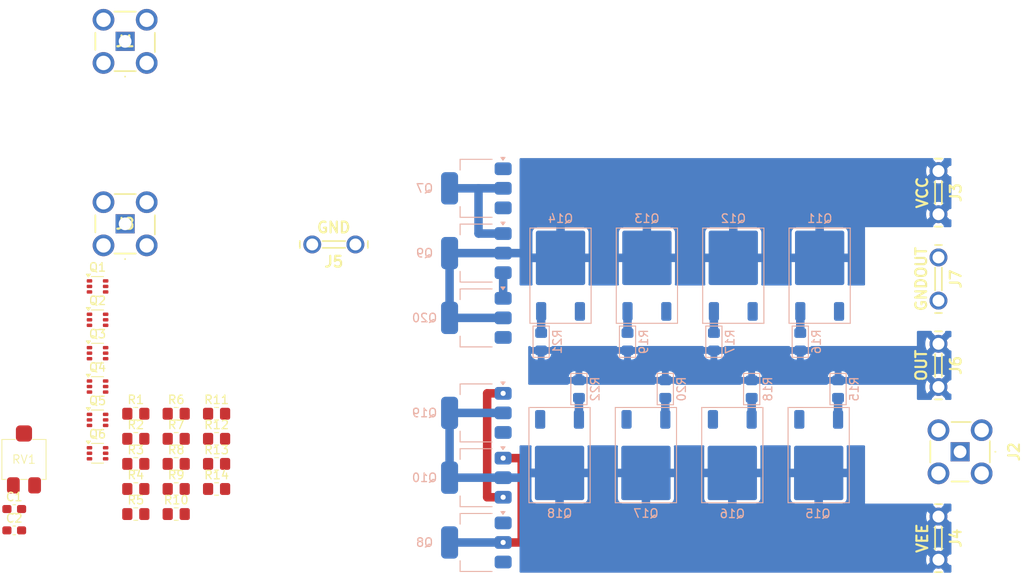
<source format=kicad_pcb>
(kicad_pcb (version 20240108) (generator "pcbnew") (generator_version "8.0")
  (layers (0 "F.Cu" signal) (31 "B.Cu" signal) (34 "B.Paste" user) (35 "F.Paste" user) (36 "B.SilkS" user "B.Silkscreen") (37 "F.SilkS" user "F.Silkscreen") (38 "B.Mask" user) (39 "F.Mask" user) (44 "Edge.Cuts" user))
  (net 0 "")
  (net 1 "OUT")
  (net 2 "IN+")
  (net 3 "IN-")
  (net 4 "VCC")
  (net 5 "VEE")
  (net 6 "Net-(Q3A-C1)")
  (net 7 "Net-(Q4A-C1)")
  (net 8 "Net-(Q1A-C1)")
  (net 9 "Net-(Q1A-B1)")
  (net 10 "Net-(Q7-E)")
  (net 11 "Net-(Q11-B)")
  (net 12 "Net-(Q8-E)")
  (net 13 "Net-(Q12-E)")
  (net 14 "Net-(Q2A-C1)")
  (net 15 "Net-(Q2A-B1)")
  (net 16 "Net-(Q3B-C2)")
  (net 17 "GND")
  (net 18 "Net-(Q4B-C2)")
  (net 19 "Net-(Q11-E)")
  (net 20 "Net-(Q9-B)")
  (net 21 "Net-(Q1B-E2)")
  (net 22 "Net-(Q1A-E1)")
  (net 23 "Net-(Q5A-E1)")
  (net 24 "Net-(Q5B-E2)")
  (net 25 "Net-(Q10-B)")
  (net 26 "Net-(Q2A-E1)")
  (net 27 "Net-(Q2B-E2)")
  (net 28 "Net-(Q6B-E2)")
  (net 29 "Net-(Q6A-E1)")
  (net 30 "Net-(Q20-B)")
  (net 31 "Net-(Q10-E)")
  (net 32 "Net-(Q13-E)")
  (net 33 "Net-(Q14-E)")
  (net 34 "Net-(Q15-E)")
  (net 35 "Net-(Q16-E)")
  (net 36 "Net-(Q17-E)")
  (net 37 "Net-(Q18-E)")
  (net 38 "Net-(R12-Pad1)")
  (net 39 "Net-(Q15-B)")
  (footprint "Package_TO_SOT_SMD:SOT-363_SC-70-6" (layer "F.Cu") (at 87.524 116.786)
    (property "Reference" "Q4" (at 0 -2.25 0) (layer "F.SilkS"))
    (property "Value" "MMDT5401")
    (pad "1" smd roundrect (at -0.95 -0.65) (size 0.65 0.4) (layers "F.Cu" "F.Paste" "F.Mask") (net 8 "Net-(Q1A-C1)"))
    (pad "2" smd roundrect (at -0.95 0) (size 0.65 0.4) (layers "F.Cu" "F.Paste" "F.Mask") (net 2 "IN+"))
    (pad "3" smd roundrect (at -0.95 0.65) (size 0.65 0.4) (layers "F.Cu" "F.Paste" "F.Mask") (net 18 "Net-(Q4B-C2)"))
    (pad "4" smd roundrect (at 0.95 0.65) (size 0.65 0.4) (layers "F.Cu" "F.Paste" "F.Mask") (net 8 "Net-(Q1A-C1)"))
    (pad "5" smd roundrect (at 0.95 0) (size 0.65 0.4) (layers "F.Cu" "F.Paste" "F.Mask") (net 3 "IN-"))
    (pad "6" smd roundrect (at 0.95 -0.65) (size 0.65 0.4) (layers "F.Cu" "F.Paste" "F.Mask") (net 7 "Net-(Q4A-C1)"))
  )
  (footprint "Resistor_SMD:R_0805_2012Metric_Pad1.20x1.40mm_HandSolder" (layer "F.Cu") (at 92.024 119.986)
    (property "Reference" "R1" (at 0 -1.65 0) (layer "F.SilkS"))
    (property "Value" "1k")
    (pad "1" smd roundrect (at -1 0) (size 1.2 1.4) (layers "F.Cu" "F.Paste" "F.Mask") (roundrect_rratio 0.208333) (net 21 "Net-(Q1B-E2)"))
    (pad "2" smd roundrect (at 1 0) (size 1.2 1.4) (layers "F.Cu" "F.Paste" "F.Mask") (roundrect_rratio 0.208333) (net 4 "VCC"))
  )
  (footprint "misc:SMA6251A13GT50G50" (layer "F.Cu") (at 90.764 97.646)
    (property "Reference" "J8" (at 0 0 0) (layer "F.SilkS") (effects (font (size 1.27 1.27) (thickness 0.254))))
    (property "Value" "+IN" (hide yes))
    (pad "1" thru_hole rect (at 0 0) (size 2.25 2.25) (drill 1.5) (layers "*.Cu" "*.Mask") (net 2 "IN+"))
    (pad "2" thru_hole circle (at -2.54 2.54) (size 2.55 2.55) (drill 1.7) (layers "*.Cu" "*.Mask") (net 17 "GND"))
    (pad "3" thru_hole circle (at 2.54 2.54) (size 2.55 2.55) (drill 1.7) (layers "*.Cu" "*.Mask") (net 17 "GND"))
    (pad "4" thru_hole circle (at 2.54 -2.54) (size 2.55 2.55) (drill 1.7) (layers "*.Cu" "*.Mask") (net 17 "GND"))
    (pad "5" thru_hole circle (at -2.54 -2.54) (size 2.55 2.55) (drill 1.7) (layers "*.Cu" "*.Mask") (net 17 "GND"))
  )
  (footprint "Resistor_SMD:R_0805_2012Metric_Pad1.20x1.40mm_HandSolder" (layer "F.Cu") (at 92.024 125.886)
    (property "Reference" "R3" (at 0 -1.65 0) (layer "F.SilkS"))
    (property "Value" "1k")
    (pad "1" smd roundrect (at -1 0) (size 1.2 1.4) (layers "F.Cu" "F.Paste" "F.Mask") (roundrect_rratio 0.208333) (net 5 "VEE"))
    (pad "2" smd roundrect (at 1 0) (size 1.2 1.4) (layers "F.Cu" "F.Paste" "F.Mask") (roundrect_rratio 0.208333) (net 27 "Net-(Q2B-E2)"))
  )
  (footprint "Resistor_SMD:R_0805_2012Metric_Pad1.20x1.40mm_HandSolder" (layer "F.Cu") (at 92.024 131.786)
    (property "Reference" "R5" (at 0 -1.65 0) (layer "F.SilkS"))
    (property "Value" "1k")
    (pad "1" smd roundrect (at -1 0) (size 1.2 1.4) (layers "F.Cu" "F.Paste" "F.Mask") (roundrect_rratio 0.208333) (net 5 "VEE"))
    (pad "2" smd roundrect (at 1 0) (size 1.2 1.4) (layers "F.Cu" "F.Paste" "F.Mask") (roundrect_rratio 0.208333) (net 26 "Net-(Q2A-E1)"))
  )
  (footprint "Package_TO_SOT_SMD:SOT-363_SC-70-6" (layer "F.Cu") (at 87.524 108.936)
    (property "Reference" "Q2" (at 0 -2.25 0) (layer "F.SilkS"))
    (property "Value" "MMDT5551")
    (pad "1" smd roundrect (at -0.95 -0.65) (size 0.65 0.4) (layers "F.Cu" "F.Paste" "F.Mask") (net 26 "Net-(Q2A-E1)"))
    (pad "2" smd roundrect (at -0.95 0) (size 0.65 0.4) (layers "F.Cu" "F.Paste" "F.Mask") (net 15 "Net-(Q2A-B1)"))
    (pad "3" smd roundrect (at -0.95 0.65) (size 0.65 0.4) (layers "F.Cu" "F.Paste" "F.Mask") (net 15 "Net-(Q2A-B1)"))
    (pad "4" smd roundrect (at 0.95 0.65) (size 0.65 0.4) (layers "F.Cu" "F.Paste" "F.Mask") (net 27 "Net-(Q2B-E2)"))
    (pad "5" smd roundrect (at 0.95 0) (size 0.65 0.4) (layers "F.Cu" "F.Paste" "F.Mask") (net 15 "Net-(Q2A-B1)"))
    (pad "6" smd roundrect (at 0.95 -0.65) (size 0.65 0.4) (layers "F.Cu" "F.Paste" "F.Mask") (net 14 "Net-(Q2A-C1)"))
  )
  (footprint "Resistor_SMD:R_0805_2012Metric_Pad1.20x1.40mm_HandSolder" (layer "F.Cu") (at 96.774 125.886)
    (property "Reference" "R8" (at 0 -1.65 0) (layer "F.SilkS"))
    (property "Value" "1k")
    (pad "1" smd roundrect (at -1 0) (size 1.2 1.4) (layers "F.Cu" "F.Paste" "F.Mask") (roundrect_rratio 0.208333) (net 23 "Net-(Q5A-E1)"))
    (pad "2" smd roundrect (at 1 0) (size 1.2 1.4) (layers "F.Cu" "F.Paste" "F.Mask") (roundrect_rratio 0.208333) (net 4 "VCC"))
  )
  (footprint "Capacitor_SMD:C_0603_1608Metric_Pad1.08x0.95mm_HandSolder" (layer "F.Cu") (at 77.724 131.196)
    (property "Reference" "C1" (at 0 -1.43 0) (layer "F.SilkS"))
    (property "Value" "47p")
    (pad "1" smd roundrect (at -0.8625 0) (size 1.075 0.95) (layers "F.Cu" "F.Paste" "F.Mask") (net 1 "OUT"))
    (pad "2" smd roundrect (at 0.8625 0) (size 1.075 0.95) (layers "F.Cu" "F.Paste" "F.Mask") (net 6 "Net-(Q3A-C1)"))
  )
  (footprint "misc:726386-2" (layer "F.Cu") (at 186.436 114.3 90)
    (property "Reference" "J6" (at 0 2.032 90) (layer "F.SilkS") (effects (font (size 1.27 1.27) (thickness 0.254))))
    (property "Value" "OUT" (at 0 -2.032 90) (layer "F.SilkS") (effects (font (size 1.27 1.27) (thickness 0.254))))
    (pad "1" thru_hole circle (at -2.54 0 90) (size 2.1 2.1) (drill 1.4) (layers "*.Cu" "*.Mask") (net 1 "OUT"))
    (pad "2" thru_hole circle (at 2.54 0 90) (size 2.1 2.1) (drill 1.4) (layers "*.Cu" "*.Mask") (net 1 "OUT"))
  )
  (footprint "misc:SMA6251A13GT50G50" (layer "F.Cu") (at 188.976 124.46 90)
    (property "Reference" "J2" (at 0 6.35 90) (layer "F.SilkS") (effects (font (size 1.27 1.27) (thickness 0.254))))
    (property "Value" "MON" (hide yes))
    (pad "1" thru_hole rect (at 0 0 90) (size 2.25 2.25) (drill 1.5) (layers "*.Cu" "*.Mask") (net 1 "OUT"))
    (pad "2" thru_hole circle (at -2.54 2.54 90) (size 2.55 2.55) (drill 1.7) (layers "*.Cu" "*.Mask") (net 17 "GND"))
    (pad "3" thru_hole circle (at 2.54 2.54 90) (size 2.55 2.55) (drill 1.7) (layers "*.Cu" "*.Mask") (net 17 "GND"))
    (pad "4" thru_hole circle (at 2.54 -2.54 90) (size 2.55 2.55) (drill 1.7) (layers "*.Cu" "*.Mask") (net 17 "GND"))
    (pad "5" thru_hole circle (at -2.54 -2.54 90) (size 2.55 2.55) (drill 1.7) (layers "*.Cu" "*.Mask") (net 17 "GND"))
  )
  (footprint "misc:726386-2" (layer "F.Cu") (at 115.316 100.076)
    (property "Reference" "J5" (at 0 2.032 0) (layer "F.SilkS") (effects (font (size 1.27 1.27) (thickness 0.254))))
    (property "Value" "GND" (at -0.015 -1.997 0) (layer "F.SilkS") (effects (font (size 1.27 1.27) (thickness 0.254))))
    (pad "1" thru_hole circle (at -2.54 0) (size 2.1 2.1) (drill 1.4) (layers "*.Cu" "*.Mask") (net 17 "GND"))
    (pad "2" thru_hole circle (at 2.54 0) (size 2.1 2.1) (drill 1.4) (layers "*.Cu" "*.Mask") (net 17 "GND"))
  )
  (footprint "Resistor_SMD:R_0805_2012Metric_Pad1.20x1.40mm_HandSolder" (layer "F.Cu") (at 96.774 131.786)
    (property "Reference" "R10" (at 0 -1.65 0) (layer "F.SilkS"))
    (property "Value" "47R")
    (pad "1" smd roundrect (at -1 0) (size 1.2 1.4) (layers "F.Cu" "F.Paste" "F.Mask") (roundrect_rratio 0.208333) (net 10 "Net-(Q7-E)"))
    (pad "2" smd roundrect (at 1 0) (size 1.2 1.4) (layers "F.Cu" "F.Paste" "F.Mask") (roundrect_rratio 0.208333) (net 4 "VCC"))
  )
  (footprint "Resistor_SMD:R_0805_2012Metric_Pad1.20x1.40mm_HandSolder" (layer "F.Cu") (at 101.524 125.886)
    (property "Reference" "R13" (at 0 -1.65 0) (layer "F.SilkS"))
    (property "Value" "GAIN")
    (pad "1" smd roundrect (at -1 0) (size 1.2 1.4) (layers "F.Cu" "F.Paste" "F.Mask") (roundrect_rratio 0.208333) (net 1 "OUT"))
    (pad "2" smd roundrect (at 1 0) (size 1.2 1.4) (layers "F.Cu" "F.Paste" "F.Mask") (roundrect_rratio 0.208333) (net 3 "IN-"))
  )
  (footprint "Resistor_SMD:R_0805_2012Metric_Pad1.20x1.40mm_HandSolder" (layer "F.Cu") (at 101.524 122.936)
    (property "Reference" "R12" (at 0 -1.65 0) (layer "F.SilkS"))
    (property "Value" "100R")
    (pad "1" smd roundrect (at -1 0) (size 1.2 1.4) (layers "F.Cu" "F.Paste" "F.Mask") (roundrect_rratio 0.208333) (net 38 "Net-(R12-Pad1)"))
    (pad "2" smd roundrect (at 1 0) (size 1.2 1.4) (layers "F.Cu" "F.Paste" "F.Mask") (roundrect_rratio 0.208333) (net 20 "Net-(Q9-B)"))
  )
  (footprint "Resistor_SMD:R_0805_2012Metric_Pad1.20x1.40mm_HandSolder" (layer "F.Cu") (at 101.524 119.986)
    (property "Reference" "R11" (at 0 -1.65 0) (layer "F.SilkS"))
    (property "Value" "47R")
    (pad "1" smd roundrect (at -1 0) (size 1.2 1.4) (layers "F.Cu" "F.Paste" "F.Mask") (roundrect_rratio 0.208333) (net 5 "VEE"))
    (pad "2" smd roundrect (at 1 0) (size 1.2 1.4) (layers "F.Cu" "F.Paste" "F.Mask") (roundrect_rratio 0.208333) (net 12 "Net-(Q8-E)"))
  )
  (footprint "Package_TO_SOT_SMD:SOT-363_SC-70-6" (layer "F.Cu") (at 87.524 105.011)
    (property "Reference" "Q1" (at 0 -2.25 0) (layer "F.SilkS"))
    (property "Value" "MMDT5401")
    (pad "1" smd roundrect (at -0.95 -0.65) (size 0.65 0.4) (layers "F.Cu" "F.Paste" "F.Mask") (net 22 "Net-(Q1A-E1)"))
    (pad "2" smd roundrect (at -0.95 0) (size 0.65 0.4) (layers "F.Cu" "F.Paste" "F.Mask") (net 9 "Net-(Q1A-B1)"))
    (pad "3" smd roundrect (at -0.95 0.65) (size 0.65 0.4) (layers "F.Cu" "F.Paste" "F.Mask") (net 9 "Net-(Q1A-B1)"))
    (pad "4" smd roundrect (at 0.95 0.65) (size 0.65 0.4) (layers "F.Cu" "F.Paste" "F.Mask") (net 21 "Net-(Q1B-E2)"))
    (pad "5" smd roundrect (at 0.95 0) (size 0.65 0.4) (layers "F.Cu" "F.Paste" "F.Mask") (net 9 "Net-(Q1A-B1)"))
    (pad "6" smd roundrect (at 0.95 -0.65) (size 0.65 0.4) (layers "F.Cu" "F.Paste" "F.Mask") (net 8 "Net-(Q1A-C1)"))
  )
  (footprint "Package_TO_SOT_SMD:SOT-363_SC-70-6" (layer "F.Cu") (at 87.524 124.636)
    (property "Reference" "Q6" (at 0 -2.25 0) (layer "F.SilkS"))
    (property "Value" "MMDT5551")
    (pad "1" smd roundrect (at -0.95 -0.65) (size 0.65 0.4) (layers "F.Cu" "F.Paste" "F.Mask") (net 29 "Net-(Q6A-E1)"))
    (pad "2" smd roundrect (at -0.95 0) (size 0.65 0.4) (layers "F.Cu" "F.Paste" "F.Mask") (net 7 "Net-(Q4A-C1)"))
    (pad "3" smd roundrect (at -0.95 0.65) (size 0.65 0.4) (layers "F.Cu" "F.Paste" "F.Mask") (net 7 "Net-(Q4A-C1)"))
    (pad "4" smd roundrect (at 0.95 0.65) (size 0.65 0.4) (layers "F.Cu" "F.Paste" "F.Mask") (net 28 "Net-(Q6B-E2)"))
    (pad "5" smd roundrect (at 0.95 0) (size 0.65 0.4) (layers "F.Cu" "F.Paste" "F.Mask") (net 7 "Net-(Q4A-C1)"))
    (pad "6" smd roundrect (at 0.95 -0.65) (size 0.65 0.4) (layers "F.Cu" "F.Paste" "F.Mask") (net 18 "Net-(Q4B-C2)"))
  )
  (footprint "Resistor_SMD:R_0805_2012Metric_Pad1.20x1.40mm_HandSolder" (layer "F.Cu") (at 92.024 128.836)
    (property "Reference" "R4" (at 0 -1.65 0) (layer "F.SilkS"))
    (property "Value" "1k")
    (pad "1" smd roundrect (at -1 0) (size 1.2 1.4) (layers "F.Cu" "F.Paste" "F.Mask") (roundrect_rratio 0.208333) (net 22 "Net-(Q1A-E1)"))
    (pad "2" smd roundrect (at 1 0) (size 1.2 1.4) (layers "F.Cu" "F.Paste" "F.Mask") (roundrect_rratio 0.208333) (net 4 "VCC"))
  )
  (footprint "Capacitor_SMD:C_0603_1608Metric_Pad1.08x0.95mm_HandSolder" (layer "F.Cu") (at 77.724 133.706)
    (property "Reference" "C2" (at 0 -1.43 0) (layer "F.SilkS"))
    (property "Value" "47p")
    (pad "1" smd roundrect (at -0.8625 0) (size 1.075 0.95) (layers "F.Cu" "F.Paste" "F.Mask") (net 7 "Net-(Q4A-C1)"))
    (pad "2" smd roundrect (at 0.8625 0) (size 1.075 0.95) (layers "F.Cu" "F.Paste" "F.Mask") (net 1 "OUT"))
  )
  (footprint "misc:726386-2" (layer "F.Cu") (at 186.436 134.62 90)
    (property "Reference" "J4" (at 0 2.032 90) (layer "F.SilkS") (effects (font (size 1.27 1.27) (thickness 0.254))))
    (property "Value" "VEE" (at 0 -1.905 90) (layer "F.SilkS") (effects (font (size 1.27 1.27) (thickness 0.254))))
    (pad "1" thru_hole circle (at -2.54 0 90) (size 2.1 2.1) (drill 1.4) (layers "*.Cu" "*.Mask") (net 5 "VEE"))
    (pad "2" thru_hole circle (at 2.54 0 90) (size 2.1 2.1) (drill 1.4) (layers "*.Cu" "*.Mask") (net 5 "VEE"))
  )
  (footprint "misc:726386-2" (layer "F.Cu") (at 186.436 93.98 90)
    (property "Reference" "J3" (at 0 2.032 90) (layer "F.SilkS") (effects (font (size 1.27 1.27) (thickness 0.254))))
    (property "Value" "VCC" (at 0 -1.905 90) (layer "F.SilkS") (effects (font (size 1.27 1.27) (thickness 0.254))))
    (pad "1" thru_hole circle (at -2.54 0 90) (size 2.1 2.1) (drill 1.4) (layers "*.Cu" "*.Mask") (net 4 "VCC"))
    (pad "2" thru_hole circle (at 2.54 0 90) (size 2.1 2.1) (drill 1.4) (layers "*.Cu" "*.Mask") (net 4 "VCC"))
  )
  (footprint "Resistor_SMD:R_0805_2012Metric_Pad1.20x1.40mm_HandSolder" (layer "F.Cu") (at 96.774 119.986)
    (property "Reference" "R6" (at 0 -1.65 0) (layer "F.SilkS"))
    (property "Value" "1k")
    (pad "1" smd roundrect (at -1 0) (size 1.2 1.4) (layers "F.Cu" "F.Paste" "F.Mask") (roundrect_rratio 0.208333) (net 24 "Net-(Q5B-E2)"))
    (pad "2" smd roundrect (at 1 0) (size 1.2 1.4) (layers "F.Cu" "F.Paste" "F.Mask") (roundrect_rratio 0.208333) (net 4 "VCC"))
  )
  (footprint "misc:SMA6251A13GT50G50" (layer "F.Cu") (at 90.764 76.186)
    (property "Reference" "J1" (at 0 0 0) (layer "F.SilkS") (effects (font (size 1.27 1.27) (thickness 0.254))))
    (property "Value" "-IN" (hide yes))
    (pad "1" thru_hole rect (at 0 0) (size 2.25 2.25) (drill 1.5) (layers "*.Cu" "*.Mask") (net 3 "IN-"))
    (pad "2" thru_hole circle (at -2.54 2.54) (size 2.55 2.55) (drill 1.7) (layers "*.Cu" "*.Mask") (net 17 "GND"))
    (pad "3" thru_hole circle (at 2.54 2.54) (size 2.55 2.55) (drill 1.7) (layers "*.Cu" "*.Mask") (net 17 "GND"))
    (pad "4" thru_hole circle (at 2.54 -2.54) (size 2.55 2.55) (drill 1.7) (layers "*.Cu" "*.Mask") (net 17 "GND"))
    (pad "5" thru_hole circle (at -2.54 -2.54) (size 2.55 2.55) (drill 1.7) (layers "*.Cu" "*.Mask") (net 17 "GND"))
  )
  (footprint "Resistor_SMD:R_0805_2012Metric_Pad1.20x1.40mm_HandSolder" (layer "F.Cu") (at 101.524 128.836)
    (property "Reference" "R14" (at 0 -1.65 0) (layer "F.SilkS"))
    (property "Value" "1k")
    (pad "1" smd roundrect (at -1 0) (size 1.2 1.4) (layers "F.Cu" "F.Paste" "F.Mask") (roundrect_rratio 0.208333) (net 3 "IN-"))
    (pad "2" smd roundrect (at 1 0) (size 1.2 1.4) (layers "F.Cu" "F.Paste" "F.Mask") (roundrect_rratio 0.208333) (net 17 "GND"))
  )
  (footprint "Package_TO_SOT_SMD:SOT-363_SC-70-6" (layer "F.Cu") (at 87.524 120.711)
    (property "Reference" "Q5" (at 0 -2.25 0) (layer "F.SilkS"))
    (property "Value" "MMDT5401")
    (pad "1" smd roundrect (at -0.95 -0.65) (size 0.65 0.4) (layers "F.Cu" "F.Paste" "F.Mask") (net 23 "Net-(Q5A-E1)"))
    (pad "2" smd roundrect (at -0.95 0) (size 0.65 0.4) (layers "F.Cu" "F.Paste" "F.Mask") (net 6 "Net-(Q3A-C1)"))
    (pad "3" smd roundrect (at -0.95 0.65) (size 0.65 0.4) (layers "F.Cu" "F.Paste" "F.Mask") (net 6 "Net-(Q3A-C1)"))
    (pad "4" smd roundrect (at 0.95 0.65) (size 0.65 0.4) (layers "F.Cu" "F.Paste" "F.Mask") (net 24 "Net-(Q5B-E2)"))
    (pad "5" smd roundrect (at 0.95 0) (size 0.65 0.4) (layers "F.Cu" "F.Paste" "F.Mask") (net 6 "Net-(Q3A-C1)"))
    (pad "6" smd roundrect (at 0.95 -0.65) (size 0.65 0.4) (layers "F.Cu" "F.Paste" "F.Mask") (net 16 "Net-(Q3B-C2)"))
  )
  (footprint "misc:G43B_SMD_trimpot" (layer "F.Cu") (at 78.868 125.36)
    (property "Reference" "RV1" (at 0 0 0) (layer "F.SilkS") (effects (font (thickness 0.1))))
    (property "Value" "500R" (hide yes))
    (pad "1" smd roundrect (at -1.25 3.05) (size 1.5 1.9) (layers "F.Cu" "F.Paste" "F.Mask") (net 38 "Net-(R12-Pad1)"))
    (pad "2" smd roundrect (at 0 -3.05) (size 1.9 1.9) (layers "F.Cu" "F.Paste" "F.Mask") (net 38 "Net-(R12-Pad1)"))
    (pad "3" smd roundrect (at 1.25 3.05) (size 1.5 1.9) (layers "F.Cu" "F.Paste" "F.Mask") (net 25 "Net-(Q10-B)"))
  )
  (footprint "Package_TO_SOT_SMD:SOT-363_SC-70-6" (layer "F.Cu") (at 87.524 112.861)
    (property "Reference" "Q3" (at 0 -2.25 0) (layer "F.SilkS"))
    (property "Value" "MMDT5551")
    (pad "1" smd roundrect (at -0.95 -0.65) (size 0.65 0.4) (layers "F.Cu" "F.Paste" "F.Mask") (net 14 "Net-(Q2A-C1)"))
    (pad "2" smd roundrect (at -0.95 0) (size 0.65 0.4) (layers "F.Cu" "F.Paste" "F.Mask") (net 2 "IN+"))
    (pad "3" smd roundrect (at -0.95 0.65) (size 0.65 0.4) (layers "F.Cu" "F.Paste" "F.Mask") (net 16 "Net-(Q3B-C2)"))
    (pad "4" smd roundrect (at 0.95 0.65) (size 0.65 0.4) (layers "F.Cu" "F.Paste" "F.Mask") (net 14 "Net-(Q2A-C1)"))
    (pad "5" smd roundrect (at 0.95 0) (size 0.65 0.4) (layers "F.Cu" "F.Paste" "F.Mask") (net 3 "IN-"))
    (pad "6" smd roundrect (at 0.95 -0.65) (size 0.65 0.4) (layers "F.Cu" "F.Paste" "F.Mask") (net 6 "Net-(Q3A-C1)"))
  )
  (footprint "Resistor_SMD:R_0805_2012Metric_Pad1.20x1.40mm_HandSolder" (layer "F.Cu") (at 96.774 128.836)
    (property "Reference" "R9" (at 0 -1.65 0) (layer "F.SilkS"))
    (property "Value" "1k")
    (pad "1" smd roundrect (at -1 0) (size 1.2 1.4) (layers "F.Cu" "F.Paste" "F.Mask") (roundrect_rratio 0.208333) (net 5 "VEE"))
    (pad "2" smd roundrect (at 1 0) (size 1.2 1.4) (layers "F.Cu" "F.Paste" "F.Mask") (roundrect_rratio 0.208333) (net 29 "Net-(Q6A-E1)"))
  )
  (footprint "Resistor_SMD:R_0805_2012Metric_Pad1.20x1.40mm_HandSolder" (layer "F.Cu") (at 96.774 122.936)
    (property "Reference" "R7" (at 0 -1.65 0) (layer "F.SilkS"))
    (property "Value" "1k")
    (pad "1" smd roundrect (at -1 0) (size 1.2 1.4) (layers "F.Cu" "F.Paste" "F.Mask") (roundrect_rratio 0.208333) (net 5 "VEE"))
    (pad "2" smd roundrect (at 1 0) (size 1.2 1.4) (layers "F.Cu" "F.Paste" "F.Mask") (roundrect_rratio 0.208333) (net 28 "Net-(Q6B-E2)"))
  )
  (footprint "Resistor_SMD:R_0805_2012Metric_Pad1.20x1.40mm_HandSolder" (layer "F.Cu") (at 92.024 122.936)
    (property "Reference" "R2" (at 0 -1.65 0) (layer "F.SilkS"))
    (property "Value" "330k")
    (pad "1" smd roundrect (at -1 0) (size 1.2 1.4) (layers "F.Cu" "F.Paste" "F.Mask") (roundrect_rratio 0.208333) (net 15 "Net-(Q2A-B1)"))
    (pad "2" smd roundrect (at 1 0) (size 1.2 1.4) (layers "F.Cu" "F.Paste" "F.Mask") (roundrect_rratio 0.208333) (net 9 "Net-(Q1A-B1)"))
  )
  (footprint "misc:726386-2" (layer "F.Cu") (at 186.436 104.14 90)
    (property "Reference" "J7" (at 0 2.032 90) (layer "F.SilkS") (effects (font (size 1.27 1.27) (thickness 0.254))))
    (property "Value" "GNDOUT" (at 0 -2.032 90) (layer "F.SilkS") (effects (font (size 1.27 1.27) (thickness 0.254))))
    (pad "1" thru_hole circle (at -2.54 0 90) (size 2.1 2.1) (drill 1.4) (layers "*.Cu" "*.Mask") (net 17 "GND"))
    (pad "2" thru_hole circle (at 2.54 0 90) (size 2.1 2.1) (drill 1.4) (layers "*.Cu" "*.Mask") (net 17 "GND"))
  )
  (footprint "PCM_Package_TO_SOT_SMD_AKL:TO-252-2" (layer "B.Cu") (at 172.46 103.75 90)
    (property "Reference" "Q11" (at 6.722 0.006 0) (layer "B.SilkS") (effects (justify mirror)))
    (property "Value" "MJD31C" (hide yes))
    (pad "1" smd roundrect (at -4.2 2.28 90) (size 2.2 1.2) (layers "B.Cu" "B.Paste" "B.Mask") (roundrect_rratio 0.2083333333) (net 11 "Net-(Q11-B)"))
    (pad "2" smd roundrect (at 2.1 0 90) (size 6.4 5.8) (layers "B.Cu" "B.Mask") (roundrect_rratio 0.04310344828) (net 4 "VCC"))
    (pad "3" smd roundrect (at -4.2 -2.28 90) (size 2.2 1.2) (layers "B.Cu" "B.Paste" "B.Mask") (roundrect_rratio 0.2083333333) (net 19 "Net-(Q11-E)"))
  )
  (footprint "PCM_Resistor_SMD_AKL:R_0805_2012Metric_Pad1.15x1.40mm_HandSolder" (layer "B.Cu") (at 170.18 111.515 90)
    (property "Reference" "R16" (at 0 1.905 90) (layer "B.SilkS") (effects (justify mirror)))
    (property "Value" "50m")
    (pad "1" smd roundrect (at -1.025 0 90) (size 1.15 1.4) (layers "B.Cu" "B.Paste" "B.Mask") (roundrect_rratio 0.217391) (net 1 "OUT"))
    (pad "2" smd roundrect (at 1.025 0 90) (size 1.15 1.4) (layers "B.Cu" "B.Paste" "B.Mask") (roundrect_rratio 0.217391) (net 19 "Net-(Q11-E)"))
  )
  (footprint "PCM_Resistor_SMD_AKL:R_0805_2012Metric_Pad1.15x1.40mm_HandSolder" (layer "B.Cu") (at 139.7 111.515 90)
    (property "Reference" "R21" (at 0 1.905 90) (layer "B.SilkS") (effects (justify mirror)))
    (property "Value" "50m")
    (pad "1" smd roundrect (at -1.025 0 90) (size 1.15 1.4) (layers "B.Cu" "B.Paste" "B.Mask") (roundrect_rratio 0.217391) (net 1 "OUT"))
    (pad "2" smd roundrect (at 1.025 0 90) (size 1.15 1.4) (layers "B.Cu" "B.Paste" "B.Mask") (roundrect_rratio 0.217391) (net 33 "Net-(Q14-E)"))
  )
  (footprint "PCM_Resistor_SMD_AKL:R_0805_2012Metric_Pad1.15x1.40mm_HandSolder" (layer "B.Cu") (at 154.305 117.085 90)
    (property "Reference" "R20" (at 0 1.905 90) (layer "B.SilkS") (effects (justify mirror)))
    (property "Value" "50m")
    (pad "1" smd roundrect (at -1.025 0 90) (size 1.15 1.4) (layers "B.Cu" "B.Paste" "B.Mask") (roundrect_rratio 0.217391) (net 36 "Net-(Q17-E)"))
    (pad "2" smd roundrect (at 1.025 0 90) (size 1.15 1.4) (layers "B.Cu" "B.Paste" "B.Mask") (roundrect_rratio 0.217391) (net 1 "OUT"))
  )
  (footprint "PCM_Resistor_SMD_AKL:R_0805_2012Metric_Pad1.15x1.40mm_HandSolder" (layer "B.Cu") (at 160.02 111.515 90)
    (property "Reference" "R17" (at 0 1.905 90) (layer "B.SilkS") (effects (justify mirror)))
    (property "Value" "50m")
    (pad "1" smd roundrect (at -1.025 0 90) (size 1.15 1.4) (layers "B.Cu" "B.Paste" "B.Mask") (roundrect_rratio 0.217391) (net 1 "OUT"))
    (pad "2" smd roundrect (at 1.025 0 90) (size 1.15 1.4) (layers "B.Cu" "B.Paste" "B.Mask") (roundrect_rratio 0.217391) (net 13 "Net-(Q12-E)"))
  )
  (footprint "Package_TO_SOT_SMD:SOT-223" (layer "B.Cu") (at 132.08 93.472 180)
    (property "Reference" "Q7" (at 6.096 0 0) (layer "B.SilkS") (effects (justify mirror)))
    (property "Value" "PZTA92-QX")
    (pad "1" smd roundrect (at -3.15 2.3 180) (size 2 1.5) (layers "B.Cu" "B.Paste" "B.Mask") (net 6 "Net-(Q3A-C1)"))
    (pad "2" smd roundrect (at -3.15 0 180) (size 2 1.5) (layers "B.Cu" "B.Paste" "B.Mask") (net 20 "Net-(Q9-B)"))
    (pad "3" smd roundrect (at -3.15 -2.3 180) (size 2 1.5) (layers "B.Cu" "B.Paste" "B.Mask") (net 10 "Net-(Q7-E)"))
    (pad "4" smd roundrect (at 3.15 0 180) (size 2 3.8) (layers "B.Cu" "B.Paste" "B.Mask") (net 20 "Net-(Q9-B)"))
  )
  (footprint "PCM_Resistor_SMD_AKL:R_0805_2012Metric_Pad1.15x1.40mm_HandSolder" (layer "B.Cu") (at 164.465 117.085 90)
    (property "Reference" "R18" (at 0 1.905 90) (layer "B.SilkS") (effects (justify mirror)))
    (property "Value" "50m")
    (pad "1" smd roundrect (at -1.025 0 90) (size 1.15 1.4) (layers "B.Cu" "B.Paste" "B.Mask") (roundrect_rratio 0.217391) (net 35 "Net-(Q16-E)"))
    (pad "2" smd roundrect (at 1.025 0 90) (size 1.15 1.4) (layers "B.Cu" "B.Paste" "B.Mask") (roundrect_rratio 0.217391) (net 1 "OUT"))
  )
  (footprint "PCM_Package_TO_SOT_SMD_AKL:TO-252-2" (layer "B.Cu") (at 152.14 103.75 90)
    (property "Reference" "Q13" (at 6.722 0 0) (layer "B.SilkS") (effects (justify mirror)))
    (property "Value" "MJD31C" (hide yes))
    (pad "1" smd roundrect (at -4.2 2.28 90) (size 2.2 1.2) (layers "B.Cu" "B.Paste" "B.Mask") (roundrect_rratio 0.2083333333) (net 11 "Net-(Q11-B)"))
    (pad "2" smd roundrect (at 2.1 0 90) (size 6.4 5.8) (layers "B.Cu" "B.Mask") (roundrect_rratio 0.04310344828) (net 4 "VCC"))
    (pad "3" smd roundrect (at -4.2 -2.28 90) (size 2.2 1.2) (layers "B.Cu" "B.Paste" "B.Mask") (roundrect_rratio 0.2083333333) (net 32 "Net-(Q13-E)"))
  )
  (footprint "PCM_Package_TO_SOT_SMD_AKL:TO-252-2" (layer "B.Cu") (at 141.865 124.85 -90)
    (property "Reference" "Q18" (at 6.858 0 0) (layer "B.SilkS") (effects (justify mirror)))
    (property "Value" "MJD32C" (hide yes))
    (pad "1" smd roundrect (at -4.2 2.28 270) (size 2.2 1.2) (layers "B.Cu" "B.Paste" "B.Mask") (roundrect_rratio 0.2083333333) (net 39 "Net-(Q15-B)"))
    (pad "2" smd roundrect (at 2.1 0 270) (size 6.4 5.8) (layers "B.Cu" "B.Mask") (roundrect_rratio 0.04310344828) (net 5 "VEE"))
    (pad "3" smd roundrect (at -4.2 -2.28 270) (size 2.2 1.2) (layers "B.Cu" "B.Paste" "B.Mask") (roundrect_rratio 0.2083333333) (net 37 "Net-(Q18-E)"))
  )
  (footprint "PCM_Package_TO_SOT_SMD_AKL:TO-252-2" (layer "B.Cu") (at 172.345 124.85 -90)
    (property "Reference" "Q15" (at 6.896 0.092 0) (layer "B.SilkS") (effects (justify mirror)))
    (property "Value" "MJD32C" (hide yes))
    (pad "1" smd roundrect (at -4.2 2.28 270) (size 2.2 1.2) (layers "B.Cu" "B.Paste" "B.Mask") (roundrect_rratio 0.2083333333) (net 39 "Net-(Q15-B)"))
    (pad "2" smd roundrect (at 2.1 0 270) (size 6.4 5.8) (layers "B.Cu" "B.Mask") (roundrect_rratio 0.04310344828) (net 5 "VEE"))
    (pad "3" smd roundrect (at -4.2 -2.28 270) (size 2.2 1.2) (layers "B.Cu" "B.Paste" "B.Mask") (roundrect_rratio 0.2083333333) (net 34 "Net-(Q15-E)"))
  )
  (footprint "PCM_Package_TO_SOT_SMD_AKL:TO-252-2" (layer "B.Cu") (at 162.3 103.75 90)
    (property "Reference" "Q12" (at 6.722 0.006 0) (layer "B.SilkS") (effects (justify mirror)))
    (property "Value" "MJD31C" (hide yes))
    (pad "1" smd roundrect (at -4.2 2.28 90) (size 2.2 1.2) (layers "B.Cu" "B.Paste" "B.Mask") (roundrect_rratio 0.2083333333) (net 11 "Net-(Q11-B)"))
    (pad "2" smd roundrect (at 2.1 0 90) (size 6.4 5.8) (layers "B.Cu" "B.Mask") (roundrect_rratio 0.04310344828) (net 4 "VCC"))
    (pad "3" smd roundrect (at -4.2 -2.28 90) (size 2.2 1.2) (layers "B.Cu" "B.Paste" "B.Mask") (roundrect_rratio 0.2083333333) (net 13 "Net-(Q12-E)"))
  )
  (footprint "PCM_Resistor_SMD_AKL:R_0805_2012Metric_Pad1.15x1.40mm_HandSolder" (layer "B.Cu") (at 144.145 117.085 90)
    (property "Reference" "R22" (at 0 1.905 90) (layer "B.SilkS") (effects (justify mirror)))
    (property "Value" "50m")
    (pad "1" smd roundrect (at -1.025 0 90) (size 1.15 1.4) (layers "B.Cu" "B.Paste" "B.Mask") (roundrect_rratio 0.217391) (net 37 "Net-(Q18-E)"))
    (pad "2" smd roundrect (at 1.025 0 90) (size 1.15 1.4) (layers "B.Cu" "B.Paste" "B.Mask") (roundrect_rratio 0.217391) (net 1 "OUT"))
  )
  (footprint "PCM_Package_TO_SOT_SMD_AKL:TO-252-2" (layer "B.Cu") (at 141.98 103.75 90)
    (property "Reference" "Q14" (at 6.722 0 0) (layer "B.SilkS") (effects (justify mirror)))
    (property "Value" "MJD31C" (hide yes))
    (pad "1" smd roundrect (at -4.2 2.28 90) (size 2.2 1.2) (layers "B.Cu" "B.Paste" "B.Mask") (roundrect_rratio 0.2083333333) (net 11 "Net-(Q11-B)"))
    (pad "2" smd roundrect (at 2.1 0 90) (size 6.4 5.8) (layers "B.Cu" "B.Mask") (roundrect_rratio 0.04310344828) (net 4 "VCC"))
    (pad "3" smd roundrect (at -4.2 -2.28 90) (size 2.2 1.2) (layers "B.Cu" "B.Paste" "B.Mask") (roundrect_rratio 0.2083333333) (net 33 "Net-(Q14-E)"))
  )
  (footprint "PCM_Resistor_SMD_AKL:R_0805_2012Metric_Pad1.15x1.40mm_HandSolder" (layer "B.Cu") (at 174.625 117.085 90)
    (property "Reference" "R15" (at 0 1.905 90) (layer "B.SilkS") (effects (justify mirror)))
    (property "Value" "50m")
    (pad "1" smd roundrect (at -1.025 0 90) (size 1.15 1.4) (layers "B.Cu" "B.Paste" "B.Mask") (roundrect_rratio 0.217391) (net 34 "Net-(Q15-E)"))
    (pad "2" smd roundrect (at 1.025 0 90) (size 1.15 1.4) (layers "B.Cu" "B.Paste" "B.Mask") (roundrect_rratio 0.217391) (net 1 "OUT"))
  )
  (footprint "PCM_Package_TO_SOT_SMD_AKL:TO-252-2" (layer "B.Cu") (at 162.185 124.85 -90)
    (property "Reference" "Q16" (at 6.896 0 0) (layer "B.SilkS") (effects (justify mirror)))
    (property "Value" "MJD32C" (hide yes))
    (pad "1" smd roundrect (at -4.2 2.28 270) (size 2.2 1.2) (layers "B.Cu" "B.Paste" "B.Mask") (roundrect_rratio 0.2083333333) (net 39 "Net-(Q15-B)"))
    (pad "2" smd roundrect (at 2.1 0 270) (size 6.4 5.8) (layers "B.Cu" "B.Mask") (roundrect_rratio 0.04310344828) (net 5 "VEE"))
    (pad "3" smd roundrect (at -4.2 -2.28 270) (size 2.2 1.2) (layers "B.Cu" "B.Paste" "B.Mask") (roundrect_rratio 0.2083333333) (net 35 "Net-(Q16-E)"))
  )
  (footprint "Package_TO_SOT_SMD:SOT-223" (layer "B.Cu") (at 132.08 119.888 180)
    (property "Reference" "Q19" (at 6.096 0 0) (layer "B.SilkS") (effects (justify mirror)))
    (property "Value" "PZTA92-QX")
    (pad "1" smd roundrect (at -3.15 2.3 180) (size 2 1.5) (layers "B.Cu" "B.Paste" "B.Mask") (net 31 "Net-(Q10-E)"))
    (pad "2" smd roundrect (at -3.15 0 180) (size 2 1.5) (layers "B.Cu" "B.Paste" "B.Mask") (net 5 "VEE"))
    (pad "3" smd roundrect (at -3.15 -2.3 180) (size 2 1.5) (layers "B.Cu" "B.Paste" "B.Mask") (net 39 "Net-(Q15-B)"))
    (pad "4" smd roundrect (at 3.15 0 180) (size 2 3.8) (layers "B.Cu" "B.Paste" "B.Mask") (net 5 "VEE"))
  )
  (footprint "Package_TO_SOT_SMD:SOT-223" (layer "B.Cu") (at 132.08 108.712 180)
    (property "Reference" "Q20" (at 6.096 0 180) (layer "B.SilkS") (effects (justify mirror)))
    (property "Value" "PZTA42-QX")
    (pad "1" smd roundrect (at -3.15 2.3 180) (size 2 1.5) (layers "B.Cu" "B.Paste" "B.Mask") (net 30 "Net-(Q20-B)"))
    (pad "2" smd roundrect (at -3.15 0 180) (size 2 1.5) (layers "B.Cu" "B.Paste" "B.Mask") (net 4 "VCC"))
    (pad "3" smd roundrect (at -3.15 -2.3 180) (size 2 1.5) (layers "B.Cu" "B.Paste" "B.Mask") (net 11 "Net-(Q11-B)"))
    (pad "4" smd roundrect (at 3.15 0 180) (size 2 3.8) (layers "B.Cu" "B.Paste" "B.Mask") (net 4 "VCC"))
  )
  (footprint "PCM_Resistor_SMD_AKL:R_0805_2012Metric_Pad1.15x1.40mm_HandSolder" (layer "B.Cu") (at 149.86 111.515 90)
    (property "Reference" "R19" (at 0 1.905 90) (layer "B.SilkS") (effects (justify mirror)))
    (property "Value" "50m")
    (pad "1" smd roundrect (at -1.025 0 90) (size 1.15 1.4) (layers "B.Cu" "B.Paste" "B.Mask") (roundrect_rratio 0.217391) (net 1 "OUT"))
    (pad "2" smd roundrect (at 1.025 0 90) (size 1.15 1.4) (layers "B.Cu" "B.Paste" "B.Mask") (roundrect_rratio 0.217391) (net 32 "Net-(Q13-E)"))
  )
  (footprint "PCM_Package_TO_SOT_SMD_AKL:TO-252-2" (layer "B.Cu") (at 152.025 124.85 -90)
    (property "Reference" "Q17" (at 6.858 0 0) (layer "B.SilkS") (effects (justify mirror)))
    (property "Value" "MJD32C" (hide yes))
    (pad "1" smd roundrect (at -4.2 2.28 270) (size 2.2 1.2) (layers "B.Cu" "B.Paste" "B.Mask") (roundrect_rratio 0.2083333333) (net 39 "Net-(Q15-B)"))
    (pad "2" smd roundrect (at 2.1 0 270) (size 6.4 5.8) (layers "B.Cu" "B.Mask") (roundrect_rratio 0.04310344828) (net 5 "VEE"))
    (pad "3" smd roundrect (at -4.2 -2.28 270) (size 2.2 1.2) (layers "B.Cu" "B.Paste" "B.Mask") (roundrect_rratio 0.2083333333) (net 36 "Net-(Q17-E)"))
  )
  (footprint "Package_TO_SOT_SMD:SOT-223" (layer "B.Cu") (at 132.08 127.508 180)
    (property "Reference" "Q10" (at 6.096 0 0) (layer "B.SilkS") (effects (justify mirror)))
    (property "Value" "PZTA92-QX")
    (pad "1" smd roundrect (at -3.15 2.3 180) (size 2 1.5) (layers "B.Cu" "B.Paste" "B.Mask") (net 25 "Net-(Q10-B)"))
    (pad "2" smd roundrect (at -3.15 0 180) (size 2 1.5) (layers "B.Cu" "B.Paste" "B.Mask") (net 5 "VEE"))
    (pad "3" smd roundrect (at -3.15 -2.3 180) (size 2 1.5) (layers "B.Cu" "B.Paste" "B.Mask") (net 31 "Net-(Q10-E)"))
    (pad "4" smd roundrect (at 3.15 0 180) (size 2 3.8) (layers "B.Cu" "B.Paste" "B.Mask") (net 5 "VEE"))
  )
  (footprint "Package_TO_SOT_SMD:SOT-223" (layer "B.Cu") (at 132.08 101.092 180)
    (property "Reference" "Q9" (at 6.096 0 180) (layer "B.SilkS") (effects (justify mirror)))
    (property "Value" "PZTA42-QX")
    (pad "1" smd roundrect (at -3.15 2.3 180) (size 2 1.5) (layers "B.Cu" "B.Paste" "B.Mask") (net 20 "Net-(Q9-B)"))
    (pad "2" smd roundrect (at -3.15 0 180) (size 2 1.5) (layers "B.Cu" "B.Paste" "B.Mask") (net 4 "VCC"))
    (pad "3" smd roundrect (at -3.15 -2.3 180) (size 2 1.5) (layers "B.Cu" "B.Paste" "B.Mask") (net 30 "Net-(Q20-B)"))
    (pad "4" smd roundrect (at 3.15 0 180) (size 2 3.8) (layers "B.Cu" "B.Paste" "B.Mask") (net 4 "VCC"))
  )
  (footprint "Package_TO_SOT_SMD:SOT-223" (layer "B.Cu") (at 132.08 135.128 180)
    (property "Reference" "Q8" (at 6.096 0 0) (layer "B.SilkS") (effects (justify mirror)))
    (property "Value" "PZTA42-QX")
    (pad "1" smd roundrect (at -3.15 2.3 180) (size 2 1.5) (layers "B.Cu" "B.Paste" "B.Mask") (net 7 "Net-(Q4A-C1)"))
    (pad "2" smd roundrect (at -3.15 0 180) (size 2 1.5) (layers "B.Cu" "B.Paste" "B.Mask") (net 25 "Net-(Q10-B)"))
    (pad "3" smd roundrect (at -3.15 -2.3 180) (size 2 1.5) (layers "B.Cu" "B.Paste" "B.Mask") (net 12 "Net-(Q8-E)"))
    (pad "4" smd roundrect (at 3.15 0 180) (size 2 3.8) (layers "B.Cu" "B.Paste" "B.Mask") (net 25 "Net-(Q10-B)"))
  )
  (segment (start 128.93 101.092) (end 135.23 101.092) (width 1) (layer "B.Cu") (net 4))
  (segment (start 137.668 101.092) (end 135.23 101.092) (width 1) (layer "B.Cu") (net 4))
  (segment (start 128.93 108.712) (end 128.93 101.092) (width 1) (layer "B.Cu") (net 4))
  (segment (start 141.98 101.65) (end 138.226 101.65) (width 1) (layer "B.Cu") (net 4))
  (segment (start 135.23 108.712) (end 128.93 108.712) (width 1) (layer "B.Cu") (net 4))
  (segment (start 138.226 101.65) (end 137.668 101.092) (width 1) (layer "B.Cu") (net 4))
  (segment (start 128.93 119.888) (end 135.23 119.888) (width 1) (layer "B.Cu") (net 5))
  (segment (start 138.226 126.95) (end 141.865 126.95) (width 1) (layer "B.Cu") (net 5))
  (segment (start 128.93 119.888) (end 128.93 127.508) (width 1) (layer "B.Cu") (net 5))
  (segment (start 135.23 127.508) (end 128.93 127.508) (width 1) (layer "B.Cu") (net 5))
  (segment (start 135.23 127.508) (end 137.668 127.508) (width 1) (layer "B.Cu") (net 5))
  (segment (start 137.668 127.508) (end 138.226 126.95) (width 1) (layer "B.Cu") (net 5))
  (segment (start 160.02 107.95) (end 160.02 110.49) (width 1) (layer "B.Cu") (net 13))
  (segment (start 170.18 107.95) (end 170.18 110.49) (width 1) (layer "B.Cu") (net 19))
  (segment (start 135.23 93.472) (end 132.334 93.472) (width 1) (layer "B.Cu") (net 20))
  (segment (start 132.334 93.472) (end 128.93 93.472) (width 1) (layer "B.Cu") (net 20))
  (segment (start 132.348 98.792) (end 132.334 98.778) (width 1) (layer "B.Cu") (net 20))
  (segment (start 132.334 98.778) (end 132.334 93.472) (width 1) (layer "B.Cu") (net 20))
  (segment (start 135.23 98.792) (end 132.348 98.792) (width 1) (layer "B.Cu") (net 20))
  (segment (start 137.414 135.128) (end 135.23 135.128) (width 1) (layer "F.Cu") (net 25))
  (segment (start 135.23 125.208) (end 137.4 125.208) (width 1) (layer "F.Cu") (net 25))
  (segment (start 137.414 125.222) (end 137.414 135.128) (width 1) (layer "F.Cu") (net 25))
  (segment (start 137.4 125.208) (end 137.414 125.222) (width 1) (layer "F.Cu") (net 25))
  (via (at 135.23 135.128) (size 0.8) (drill 0.6) (layers "F.Cu" "B.Cu") (net 25))
  (via (at 135.23 125.208) (size 0.8) (drill 0.6) (layers "F.Cu" "B.Cu") (net 25))
  (segment (start 128.93 135.128) (end 135.23 135.128) (width 1) (layer "B.Cu") (net 25))
  (segment (start 135.23 103.392) (end 135.23 106.412) (width 1) (layer "B.Cu") (net 30))
  (segment (start 135.23 117.588) (end 133.364 117.588) (width 1) (layer "F.Cu") (net 31))
  (segment (start 133.364 129.808) (end 135.23 129.808) (width 1) (layer "F.Cu") (net 31))
  (segment (start 133.364 117.588) (end 133.35 117.602) (width 1) (layer "F.Cu") (net 31))
  (segment (start 133.35 117.602) (end 133.35 129.794) (width 1) (layer "F.Cu") (net 31))
  (segment (start 133.35 129.794) (end 133.364 129.808) (width 1) (layer "F.Cu") (net 31))
  (via (at 135.23 117.588) (size 0.8) (drill 0.6) (layers "F.Cu" "B.Cu") (net 31))
  (via (at 135.23 129.808) (size 0.8) (drill 0.6) (layers "F.Cu" "B.Cu") (net 31))
  (segment (start 149.86 107.95) (end 149.86 110.49) (width 1) (layer "B.Cu") (net 32))
  (segment (start 139.7 107.95) (end 139.7 110.49) (width 1) (layer "B.Cu") (net 33))
  (segment (start 174.625 118.11) (end 174.625 120.65) (width 1) (layer "B.Cu") (net 34))
  (segment (start 164.465 118.11) (end 164.465 120.65) (width 1) (layer "B.Cu") (net 35))
  (segment (start 154.305 118.11) (end 154.305 120.65) (width 1) (layer "B.Cu") (net 36))
  (segment (start 144.145 118.11) (end 144.145 120.65) (width 1) (layer "B.Cu") (net 37))
  (zone (net 1) (net_name "OUT") (layer "B.Cu") (priority 3) (connect_pads (clearance 0.4)) (min_thickness 0.25) (fill yes (thermal_gap 0.5) (thermal_bridge_width 0.8))
    (polygon (pts (xy 138.176 112.014) (xy 183.896 112.014) (xy 183.896 110.236) (xy 187.96 110.236) (xy 187.96 118.364) (xy 183.896 118.364) (xy 183.896 116.586) (xy 138.176 116.586)))
  )
  (zone (net 5) (net_name "VEE") (layer "B.Cu") (priority 2) (connect_pads (clearance 0.4)) (min_thickness 0.25) (fill yes (thermal_gap 0.4) (thermal_bridge_width 1))
    (polygon (pts (xy 187.96 138.684) (xy 187.96 130.556) (xy 177.8 130.556) (xy 177.8 123.698) (xy 137.16 123.698) (xy 137.16 138.684)))
  )
  (zone (net 4) (net_name "VCC") (layer "B.Cu") (priority 1) (connect_pads (clearance 0.4)) (min_thickness 0.25) (fill yes (thermal_gap 0.4) (thermal_bridge_width 1))
    (polygon (pts (xy 137.16 104.902) (xy 177.8 104.902) (xy 177.8 98.044) (xy 187.96 98.044) (xy 187.96 89.916) (xy 137.16 89.916)))
  )
)
</source>
